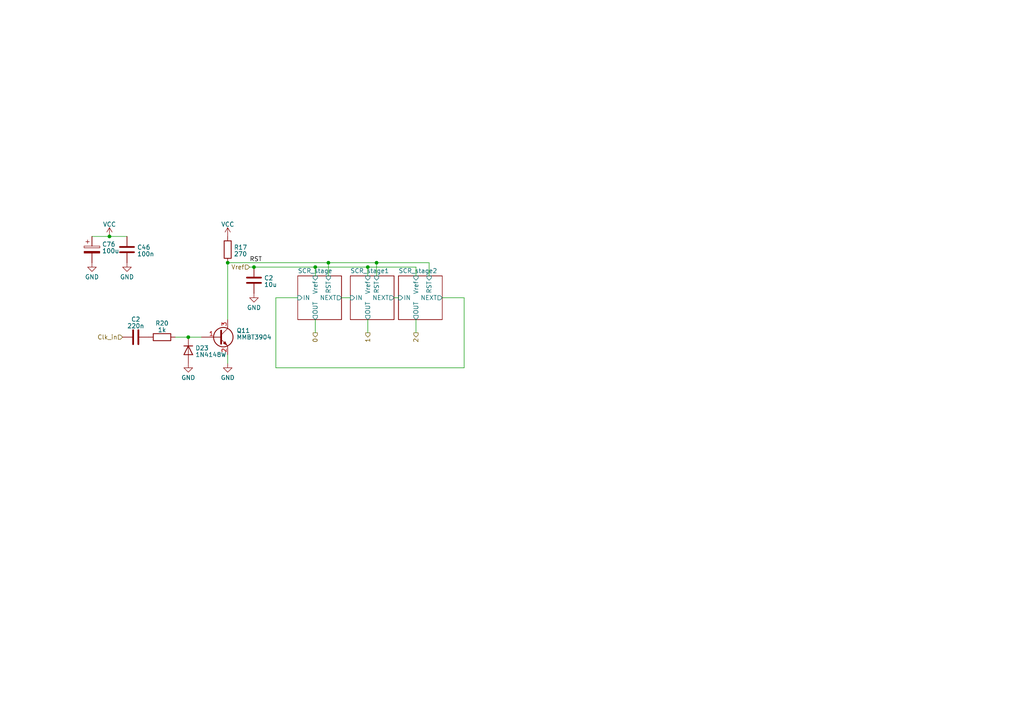
<source format=kicad_sch>
(kicad_sch (version 20230121) (generator eeschema)
  (paper "A4")
  (lib_symbols
    (symbol "Device:C" (pin_numbers hide) (pin_names (offset 0.254))
      (property "Reference" "C" (at 0.635 2.54 0))
      (property "Value" "C" (at 0.635 -2.54 0))
      (symbol "C_0_1"
        (polyline (pts (xy -2.032 -0.762) (xy 2.032 -0.762)) (stroke (width 0.508)))
        (polyline (pts (xy -2.032 0.762) (xy 2.032 0.762)) (stroke (width 0.508)))
      )
      (symbol "C_1_1"
        (pin passive line (at 0 3.81 270) (length 2.794) (name "~") (number "1"))
        (pin passive line (at 0 -3.81 90) (length 2.794) (name "~") (number "2"))
      )
    )
    (symbol "Device:C_Polarized" (pin_numbers hide) (pin_names (offset 0.254))
      (property "Reference" "C" (at 0.635 2.54 0))
      (property "Value" "C_Polarized" (at 0.635 -2.54 0))
      (symbol "C_Polarized_0_1"
        (rectangle (start -2.286 0.508) (end 2.286 1.016))
        (polyline (pts (xy -1.778 2.286) (xy -0.762 2.286)))
        (polyline (pts (xy -1.27 2.794) (xy -1.27 1.778)))
        (rectangle (start 2.286 -0.508) (end -2.286 -1.016) (fill (type outline)))
      )
      (symbol "C_Polarized_1_1"
        (pin passive line (at 0 3.81 270) (length 2.794) (name "~") (number "1"))
        (pin passive line (at 0 -3.81 90) (length 2.794) (name "~") (number "2"))
      )
    )
    (symbol "Device:D" (pin_numbers hide) (pin_names (offset 1.016) hide)
      (property "Reference" "D" (at 0 2.54 0))
      (property "Value" "D" (at 0 -2.54 0))
      (symbol "D_0_1"
        (polyline (pts (xy -1.27 1.27) (xy -1.27 -1.27)) (stroke (width 0.254)))
        (polyline (pts (xy 1.27 0) (xy -1.27 0)))
        (polyline (pts (xy 1.27 1.27) (xy 1.27 -1.27) (xy -1.27 0) (xy 1.27 1.27)) (stroke (width 0.254)))
      )
      (symbol "D_1_1"
        (pin passive line (at -3.81 0 0) (length 2.54) (name "K") (number "1"))
        (pin passive line (at 3.81 0 180) (length 2.54) (name "A") (number "2"))
      )
    )
    (symbol "Device:R" (pin_numbers hide) (pin_names (offset 0))
      (property "Reference" "R" (at 2.032 0 90))
      (property "Value" "R" (at 0 0 90))
      (symbol "R_0_1"
        (rectangle (start -1.016 -2.54) (end 1.016 2.54) (stroke (width 0.254)))
      )
      (symbol "R_1_1"
        (pin passive line (at 0 3.81 270) (length 1.27) (name "~") (number "1"))
        (pin passive line (at 0 -3.81 90) (length 1.27) (name "~") (number "2"))
      )
    )
    (symbol "Transistor_BJT:MMBT3904" (pin_names (offset 0) hide)
      (property "Reference" "Q" (at 5.08 1.905 0))
      (property "Value" "MMBT3904" (at 5.08 0 0))
      (symbol "MMBT3904_0_1"
        (polyline (pts (xy 0.635 0.635) (xy 2.54 2.54)))
        (polyline (pts (xy 0.635 -0.635) (xy 2.54 -2.54) (xy 2.54 -2.54)))
        (polyline (pts (xy 0.635 1.905) (xy 0.635 -1.905) (xy 0.635 -1.905)) (stroke (width 0.508)))
        (polyline (pts (xy 1.27 -1.778) (xy 1.778 -1.27) (xy 2.286 -2.286) (xy 1.27 -1.778) (xy 1.27 -1.778)) (fill (type outline)))
        (circle (center 1.27 0) (radius 2.8194) (stroke (width 0.254)))
      )
      (symbol "MMBT3904_1_1"
        (pin input line (at -5.08 0 0) (length 5.715) (name "B") (number "1"))
        (pin passive line (at 2.54 -5.08 90) (length 2.54) (name "E") (number "2"))
        (pin passive line (at 2.54 5.08 270) (length 2.54) (name "C") (number "3"))
      )
    )
    (symbol "power:GND" (power) (pin_names (offset 0))
      (property "Value" "GND" (at 0 -3.81 0))
      (symbol "GND_0_1"
        (polyline (pts (xy 0 0) (xy 0 -1.27) (xy 1.27 -1.27) (xy 0 -2.54) (xy -1.27 -1.27) (xy 0 -1.27)))
      )
      (symbol "GND_1_1"
        (pin power_in line (at 0 0 270) (length 0) hide (name "GND") (number "1"))
      )
    )
    (symbol "power:VCC" (power) (pin_names (offset 0))
      (property "Value" "VCC" (at 0 3.81 0))
      (symbol "VCC_0_1"
        (polyline (pts (xy -0.762 1.27) (xy 0 2.54)))
        (polyline (pts (xy 0 0) (xy 0 2.54)))
        (polyline (pts (xy 0 2.54) (xy 0.762 1.27)))
      )
      (symbol "VCC_1_1"
        (pin power_in line (at 0 0 90) (length 0) hide (name "VCC") (number "1"))
      )
    )
  )
  (junction (at 31.75 68.58))
  (junction (at 95.25 76.2))
  (junction (at 54.61 97.79))
  (junction (at 106.68 77.47))
  (junction (at 91.44 77.47))
  (junction (at 109.22 76.2))
  (junction (at 73.66 77.47))
  (junction (at 66.04 76.2))
  (wire (pts (xy 95.25 80.01) (xy 95.25 76.2)))
  (wire (pts (xy 128.27 86.36) (xy 134.62 86.36)))
  (wire (pts (xy 109.22 76.2) (xy 124.46 76.2)))
  (wire (pts (xy 80.01 106.68) (xy 134.62 106.68)))
  (wire (pts (xy 106.68 77.47) (xy 91.44 77.47)))
  (wire (pts (xy 124.46 76.2) (xy 124.46 80.01)))
  (wire (pts (xy 31.75 68.58) (xy 36.83 68.58)))
  (wire (pts (xy 114.3 86.36) (xy 115.57 86.36)))
  (wire (pts (xy 91.44 92.71) (xy 91.44 96.52)))
  (wire (pts (xy 73.66 77.47) (xy 91.44 77.47)))
  (wire (pts (xy 106.68 80.01) (xy 106.68 77.47)))
  (wire (pts (xy 58.42 97.79) (xy 54.61 97.79)))
  (wire (pts (xy 66.04 92.71) (xy 66.04 76.2)))
  (wire (pts (xy 54.61 97.79) (xy 50.8 97.79)))
  (wire (pts (xy 109.22 76.2) (xy 109.22 80.01)))
  (wire (pts (xy 91.44 77.47) (xy 91.44 80.01)))
  (wire (pts (xy 134.62 86.36) (xy 134.62 106.68)))
  (wire (pts (xy 66.04 76.2) (xy 95.25 76.2)))
  (wire (pts (xy 120.65 92.71) (xy 120.65 96.52)))
  (wire (pts (xy 80.01 86.36) (xy 80.01 106.68)))
  (wire (pts (xy 66.04 105.41) (xy 66.04 102.87)))
  (wire (pts (xy 26.67 68.58) (xy 31.75 68.58)))
  (wire (pts (xy 120.65 80.01) (xy 120.65 77.47)))
  (wire (pts (xy 72.39 77.47) (xy 73.66 77.47)))
  (wire (pts (xy 120.65 77.47) (xy 106.68 77.47)))
  (wire (pts (xy 106.68 92.71) (xy 106.68 96.52)))
  (wire (pts (xy 99.06 86.36) (xy 101.6 86.36)))
  (wire (pts (xy 86.36 86.36) (xy 80.01 86.36)))
  (wire (pts (xy 95.25 76.2) (xy 109.22 76.2)))
  (label "RST" (at 72.39 76.2 0))
  (hierarchical_label "0" (shape output) (at 91.44 96.52 270))
  (hierarchical_label "2" (shape output) (at 120.65 96.52 270))
  (hierarchical_label "Vref" (shape input) (at 72.39 77.47 180))
  (hierarchical_label "1" (shape output) (at 106.68 96.52 270))
  (hierarchical_label "Clk_in" (shape input) (at 35.56 97.79 180))
  (symbol (lib_id "Device:C") (at 39.37 97.79 90) (unit 1)
    (property "Reference" "C2" (at 39.37 92.6211 90))
    (property "Value" "220n" (at 39.37 94.5421 90))
    (property "Footprint" "Capacitor_SMD:C_0603_1608Metric" (effects hide))
    (instances (project "transistor_clock" (path "" (reference "C2") (unit 1)) (path "" (reference "C11") (unit 1)) (path "" (reference "C30") (unit 1)) (path "" (reference "C34") (unit 1)) (path "" (reference "C57") (unit 1))))
  )
  (symbol (lib_id "Device:R") (at 46.99 97.79 90) (unit 1)
    (property "Reference" "R20" (at 46.99 93.7641 90))
    (property "Value" "1k" (at 46.99 95.6851 90))
    (property "Footprint" "Resistor_SMD:R_0603_1608Metric" (effects hide))
    (property "Assembly" "True" (effects hide))
    (property "LCSC_PN" "C21190" (effects hide))
    (property "Price" "0.0005" (effects hide))
    (instances (project "transistor_clock" (path "" (reference "R20") (unit 1)) (path "" (reference "R56") (unit 1)) (path "" (reference "R147") (unit 1)) (path "" (reference "R157") (unit 1)) (path "" (reference "R184") (unit 1))))
  )
  (symbol (lib_id "Device:C") (at 73.66 81.28 180) (unit 1)
    (property "Reference" "C2" (at 76.581 80.6363 0) (effects (justify right)))
    (property "Value" "10u" (at 76.581 82.5573 0) (effects (justify right)))
    (property "Assembly" "False" (effects hide))
    (instances (project "transistor_clock" (path "" (reference "C2") (unit 1)) (path "" (reference "C1") (unit 1)) (path "" (reference "C32") (unit 1)) (path "" (reference "C36") (unit 1)) (path "" (reference "C58") (unit 1))))
  )
  (symbol (lib_id "Device:C_Polarized") (at 26.67 72.39 0) (unit 1)
    (property "Reference" "C76" (at 29.591 70.8573 0) (effects (justify left)))
    (property "Value" "100u" (at 29.591 72.7783 0) (effects (justify left)))
    (property "Assembly" "False" (effects hide))
    (instances (project "transistor_clock" (path "" (reference "C76") (unit 1)) (path "" (reference "C55") (unit 1))))
  )
  (symbol (lib_id "Device:R") (at 66.04 72.39 0) (unit 1)
    (property "Reference" "R17" (at 67.818 71.7463 0) (effects (justify left)))
    (property "Value" "270" (at 67.818 73.6673 0) (effects (justify left)))
    (property "Footprint" "Resistor_SMD:R_0603_1608Metric" (effects hide))
    (property "Assembly" "True" (effects hide))
    (property "LCSC_PN" "C25803" (effects hide))
    (property "Price" "0.0009" (effects hide))
    (instances (project "transistor_clock" (path "" (reference "R17") (unit 1)) (path "" (reference "R148") (unit 1)) (path "" (reference "R158") (unit 1)) (path "" (reference "R185") (unit 1))))
  )
  (symbol (lib_id "Device:C") (at 36.83 72.39 180) (unit 1)
    (property "Reference" "C46" (at 39.751 71.7463 0) (effects (justify right)))
    (property "Value" "100n" (at 39.751 73.6673 0) (effects (justify right)))
    (property "Footprint" "Capacitor_SMD:C_0603_1608Metric" (effects hide))
    (property "LCSC_PN" "C14663" (effects hide))
    (property "Price" "0.0021" (effects hide))
    (instances (project "transistor_clock" (path "" (reference "C46") (unit 1)) (path "" (reference "C33") (unit 1)) (path "" (reference "C2") (unit 1)) (path "" (reference "C1") (unit 1)) (path "" (reference "C77") (unit 1)) (path "" (reference "C54") (unit 1)) (path "" (reference "C51") (unit 1)) (path "" (reference "C56") (unit 1))))
  )
  (symbol (lib_id "power:GND") (at 54.61 105.41 0) (unit 1)
    (property "Reference" "#PWR034" (effects hide))
    (property "Value" "GND" (at 54.61 109.5455 0))
    (instances (project "transistor_clock" (path "" (reference "#PWR034") (unit 1)) (path "" (reference "#PWR0113") (unit 1)) (path "" (reference "#PWR0132") (unit 1)) (path "" (reference "#PWR0191") (unit 1))))
  )
  (symbol (lib_id "power:GND") (at 66.04 105.41 0) (unit 1)
    (property "Reference" "#PWR033" (effects hide))
    (property "Value" "GND" (at 66.04 109.5455 0))
    (instances (project "transistor_clock" (path "" (reference "#PWR033") (unit 1)) (path "" (reference "#PWR0115") (unit 1)) (path "" (reference "#PWR0134") (unit 1)) (path "" (reference "#PWR0193") (unit 1))))
  )
  (symbol (lib_id "Transistor_BJT:MMBT3904") (at 63.5 97.79 0) (unit 1)
    (property "Reference" "Q11" (at 68.58 95.885 0) (effects (justify left)))
    (property "Value" "MMBT3904" (at 68.58 97.79 0) (effects (justify left)))
    (property "Footprint" "Package_TO_SOT_SMD:SOT-23" (effects hide))
    (property "Datasheet" "https://www.onsemi.com/pub/Collateral/2N3903-D.PDF" (effects hide))
    (property "Assembly" "True" (effects hide))
    (property "LCSC_PN" "C20526" (effects hide))
    (property "Price" "0.0094" (effects hide))
    (instances (project "transistor_clock" (path "" (reference "Q11") (unit 1)) (path "" (reference "Q28") (unit 1)) (path "" (reference "Q74") (unit 1)) (path "" (reference "Q79") (unit 1)) (path "" (reference "Q92") (unit 1))))
  )
  (symbol (lib_id "power:GND") (at 26.67 76.2 0) (unit 1)
    (property "Reference" "#PWR09" (effects hide))
    (property "Value" "GND" (at 26.67 80.3355 0))
    (instances (project "transistor_clock" (path "" (reference "#PWR09") (unit 1)) (path "" (reference "#PWR0112") (unit 1)) (path "" (reference "#PWR0131") (unit 1)) (path "" (reference "#PWR0188") (unit 1)) (path "" (reference "#PWR0181") (unit 1)) (path "" (reference "#PWR0253") (unit 1))))
  )
  (symbol (lib_id "power:GND") (at 36.83 76.2 0) (unit 1)
    (property "Reference" "#PWR09" (effects hide))
    (property "Value" "GND" (at 36.83 80.3355 0))
    (instances (project "transistor_clock" (path "" (reference "#PWR09") (unit 1)) (path "" (reference "#PWR0112") (unit 1)) (path "" (reference "#PWR0131") (unit 1)) (path "" (reference "#PWR0190") (unit 1)) (path "" (reference "#PWR0181") (unit 1)) (path "" (reference "#PWR0260") (unit 1))))
  )
  (symbol (lib_id "power:VCC") (at 31.75 68.58 0) (unit 1)
    (property "Reference" "#PWR022" (effects hide))
    (property "Value" "VCC" (at 31.75 65.0781 0))
    (instances (project "transistor_clock" (path "" (reference "#PWR022") (unit 1)) (path "" (reference "#PWR0114") (unit 1)) (path "" (reference "#PWR0133") (unit 1)) (path "" (reference "#PWR0189") (unit 1)) (path "" (reference "#PWR0191") (unit 1)) (path "" (reference "#PWR0261") (unit 1))))
  )
  (symbol (lib_id "Device:D") (at 54.61 101.6 270) (unit 1)
    (property "Reference" "D23" (at 56.642 100.9563 90) (effects (justify left)))
    (property "Value" "1N4148W" (at 56.642 102.8773 90) (effects (justify left)))
    (property "Footprint" "Diode_SMD:D_SOD-123" (effects hide))
    (property "Sim.Device" "D" (effects hide))
    (property "Sim.Pins" "1=K 2=A" (effects hide))
    (property "Assembly" "True" (effects hide))
    (property "LCSC_PN" "C81598" (effects hide))
    (property "Price" "0.0061" (effects hide))
    (instances (project "transistor_clock" (path "" (reference "D23") (unit 1)) (path "" (reference "D50") (unit 1)) (path "" (reference "D123") (unit 1)) (path "" (reference "D180") (unit 1)) (path "" (reference "D267") (unit 1))))
  )
  (symbol (lib_id "power:GND") (at 73.66 85.09 0) (unit 1)
    (property "Reference" "#PWR07" (effects hide))
    (property "Value" "GND" (at 73.66 89.2255 0))
    (instances (project "transistor_clock" (path "" (reference "#PWR07") (unit 1)) (path "" (reference "#PWR0116") (unit 1)) (path "" (reference "#PWR0135") (unit 1)) (path "" (reference "#PWR0194") (unit 1))))
  )
  (symbol (lib_id "power:VCC") (at 66.04 68.58 0) (unit 1)
    (property "Reference" "#PWR022" (effects hide))
    (property "Value" "VCC" (at 66.04 65.0781 0))
    (instances (project "transistor_clock" (path "" (reference "#PWR022") (unit 1)) (path "" (reference "#PWR0114") (unit 1)) (path "" (reference "#PWR0133") (unit 1)) (path "" (reference "#PWR0192") (unit 1))))
  )
  (sheet (at 101.6 80.01) (size 12.7 12.7) (stroke (width 0.1524))
    (property "Sheetname" "SCR_stage1" (at 101.6 79.2984 0) (effects (justify left bottom)))
    (property "Sheetfile" "scr_stage.kicad_sch" (effects hide))
    (pin "IN" input (at 101.6 86.36 180))
    (pin "RST" input (at 109.22 80.01 90))
    (pin "OUT" output (at 106.68 92.71 270))
    (pin "Vref" input (at 106.68 80.01 90))
    (pin "NEXT" output (at 114.3 86.36 0))
  )
  (sheet (at 115.57 80.01) (size 12.7 12.7) (stroke (width 0.1524))
    (property "Sheetname" "SCR_stage2" (at 115.57 79.2984 0) (effects (justify left bottom)))
    (property "Sheetfile" "scr_stage.kicad_sch" (effects hide))
    (pin "IN" input (at 115.57 86.36 180))
    (pin "RST" input (at 124.46 80.01 90))
    (pin "OUT" output (at 120.65 92.71 270))
    (pin "Vref" input (at 120.65 80.01 90))
    (pin "NEXT" output (at 128.27 86.36 0))
  )
  (sheet (at 86.36 80.01) (size 12.7 12.7) (stroke (width 0.1524))
    (property "Sheetname" "SCR_stage" (at 86.36 79.2984 0) (effects (justify left bottom)))
    (property "Sheetfile" "scr_stage.kicad_sch" (effects hide))
    (pin "IN" input (at 86.36 86.36 180))
    (pin "RST" input (at 95.25 80.01 90))
    (pin "OUT" output (at 91.44 92.71 270))
    (pin "Vref" input (at 91.44 80.01 90))
    (pin "NEXT" output (at 99.06 86.36 0))
  )
)
</source>
